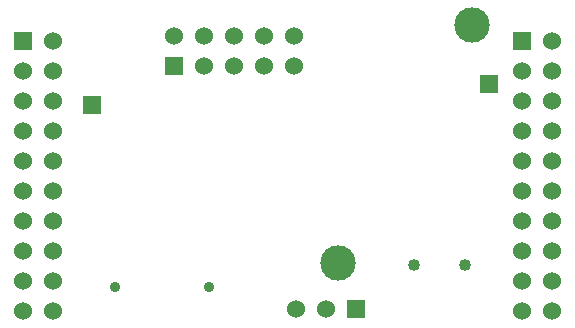
<source format=gbs>
G04 (created by PCBNEW (2013-mar-13)-testing) date Срд 19 Фев 2014 21:11:01*
%MOIN*%
G04 Gerber Fmt 3.4, Leading zero omitted, Abs format*
%FSLAX34Y34*%
G01*
G70*
G90*
G04 APERTURE LIST*
%ADD10C,0.005906*%
%ADD11R,0.060000X0.060000*%
%ADD12C,0.060000*%
%ADD13C,0.040000*%
%ADD14C,0.035000*%
%ADD15C,0.118110*%
G04 APERTURE END LIST*
G54D10*
G54D11*
X81100Y-69900D03*
G54D12*
X80100Y-69900D03*
X79100Y-69900D03*
G54D11*
X70000Y-60984D03*
G54D12*
X71000Y-60984D03*
X70000Y-61984D03*
X71000Y-61984D03*
X70000Y-62984D03*
X71000Y-62984D03*
X70000Y-63984D03*
X71000Y-63984D03*
X70000Y-64984D03*
X71000Y-64984D03*
X70000Y-65984D03*
X71000Y-65984D03*
X70000Y-66984D03*
X71000Y-66984D03*
X70000Y-67984D03*
X71000Y-67984D03*
X70000Y-68984D03*
X71000Y-68984D03*
X70000Y-69984D03*
X71000Y-69984D03*
G54D11*
X86650Y-60984D03*
G54D12*
X87650Y-60984D03*
X86650Y-61984D03*
X87650Y-61984D03*
X86650Y-62984D03*
X87650Y-62984D03*
X86650Y-63984D03*
X87650Y-63984D03*
X86650Y-64984D03*
X87650Y-64984D03*
X86650Y-65984D03*
X87650Y-65984D03*
X86650Y-66984D03*
X87650Y-66984D03*
X86650Y-67984D03*
X87650Y-67984D03*
X86650Y-68984D03*
X87650Y-68984D03*
X86650Y-69984D03*
X87650Y-69984D03*
G54D11*
X85550Y-62400D03*
X75050Y-61800D03*
G54D12*
X75050Y-60800D03*
X76050Y-61800D03*
X76050Y-60800D03*
X77050Y-61800D03*
X77050Y-60800D03*
X78050Y-61800D03*
X78050Y-60800D03*
X79050Y-61800D03*
X79050Y-60800D03*
G54D11*
X72300Y-63100D03*
G54D13*
X83050Y-68450D03*
X84750Y-68450D03*
G54D14*
X73076Y-69191D03*
X76225Y-69191D03*
G54D15*
X80500Y-68375D03*
X84975Y-60450D03*
M02*

</source>
